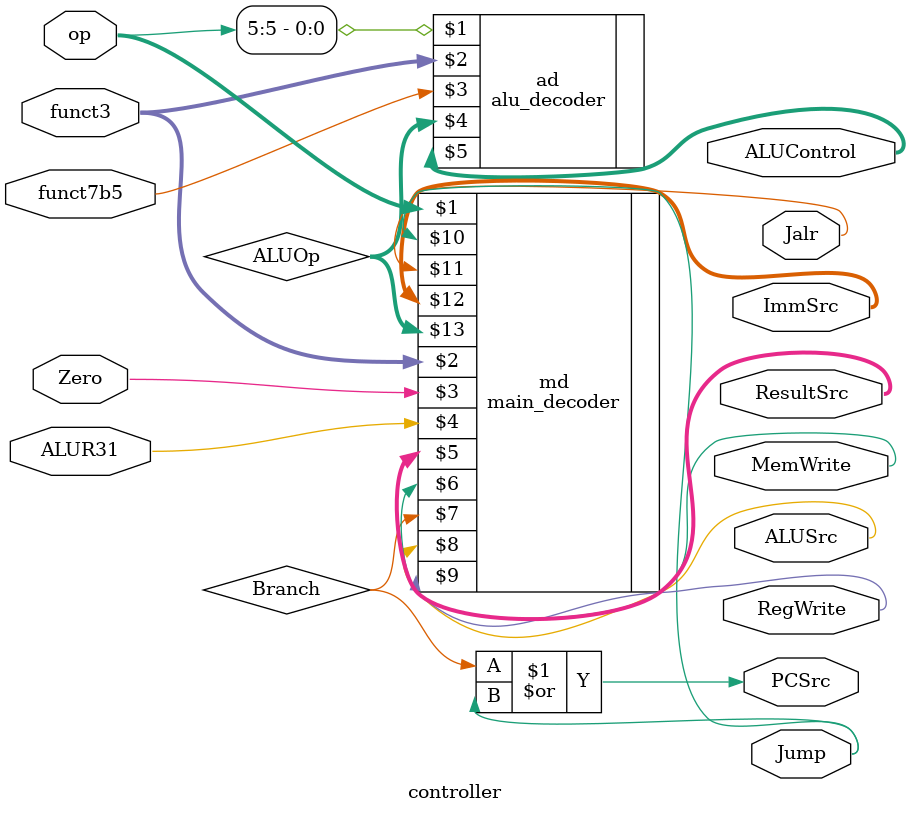
<source format=v>
`timescale 1ns / 1ps


// controller.v - controller for RISC-V CPU

module controller (
    input [6:0]  op,
    input [2:0]  funct3,
    input        funct7b5,
    input        Zero,ALUR31,
    output [1:0] ResultSrc,
    output       MemWrite,
    output       PCSrc, ALUSrc,
    output       RegWrite, Jump,Jalr,
    output [1:0] ImmSrc,
    output [3:0] ALUControl
);

wire [1:0] ALUOp;
wire       Branch;

main_decoder    md (op,funct3,Zero,ALUR31, ResultSrc, MemWrite, Branch,
                    ALUSrc, RegWrite, Jump,Jalr, ImmSrc, ALUOp);

alu_decoder     ad (op[5], funct3, funct7b5, ALUOp, ALUControl);

// for jump and branch
assign PCSrc = Branch | Jump;

endmodule


</source>
